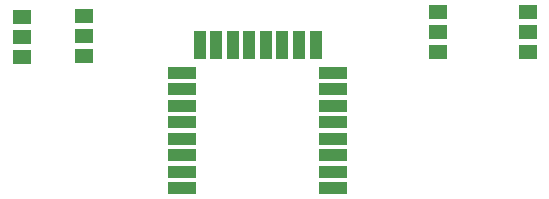
<source format=gtp>
G75*
%MOIN*%
%OFA0B0*%
%FSLAX25Y25*%
%IPPOS*%
%LPD*%
%AMOC8*
5,1,8,0,0,1.08239X$1,22.5*
%
%ADD10R,0.05906X0.05118*%
%ADD11R,0.09646X0.03937*%
%ADD12R,0.03937X0.09646*%
D10*
X0031429Y0088674D03*
X0031429Y0095367D03*
X0031429Y0102059D03*
X0052218Y0102453D03*
X0052218Y0095760D03*
X0052218Y0089067D03*
X0170000Y0090344D03*
X0170000Y0097037D03*
X0170000Y0103730D03*
X0200000Y0103730D03*
X0200000Y0097037D03*
X0200000Y0090344D03*
D11*
X0084803Y0044951D03*
X0084803Y0050463D03*
X0084803Y0055974D03*
X0084803Y0061486D03*
X0084803Y0066998D03*
X0084803Y0072510D03*
X0084803Y0078022D03*
X0084803Y0083533D03*
X0135197Y0083533D03*
X0135197Y0078022D03*
X0135197Y0072510D03*
X0135197Y0066998D03*
X0135197Y0061486D03*
X0135197Y0055974D03*
X0135197Y0050463D03*
X0135197Y0044951D03*
D12*
X0129291Y0092569D03*
X0123780Y0092569D03*
X0118268Y0092569D03*
X0112756Y0092569D03*
X0107244Y0092569D03*
X0101732Y0092569D03*
X0096220Y0092569D03*
X0090709Y0092569D03*
M02*

</source>
